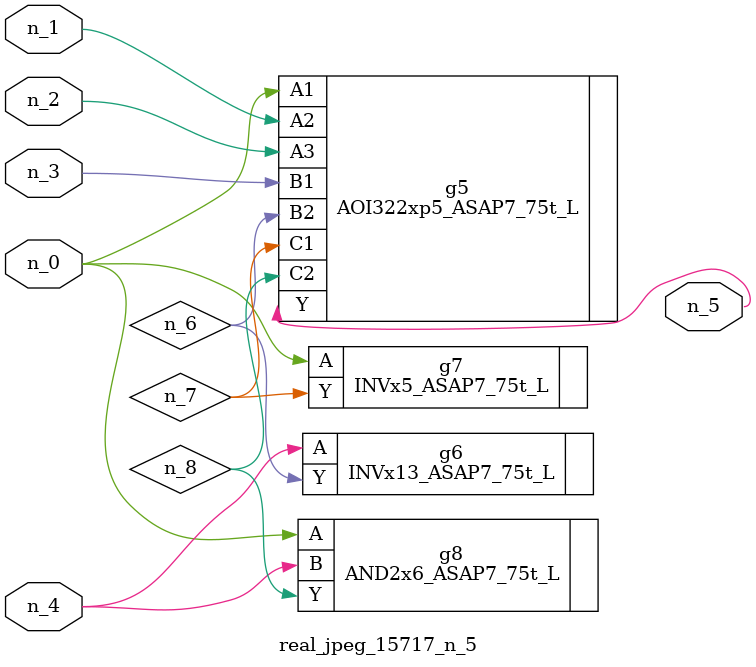
<source format=v>
module real_jpeg_15717_n_5 (n_4, n_0, n_1, n_2, n_3, n_5);

input n_4;
input n_0;
input n_1;
input n_2;
input n_3;

output n_5;

wire n_8;
wire n_6;
wire n_7;

AOI322xp5_ASAP7_75t_L g5 ( 
.A1(n_0),
.A2(n_1),
.A3(n_2),
.B1(n_3),
.B2(n_6),
.C1(n_7),
.C2(n_8),
.Y(n_5)
);

INVx5_ASAP7_75t_L g7 ( 
.A(n_0),
.Y(n_7)
);

AND2x6_ASAP7_75t_L g8 ( 
.A(n_0),
.B(n_4),
.Y(n_8)
);

INVx13_ASAP7_75t_L g6 ( 
.A(n_4),
.Y(n_6)
);


endmodule
</source>
